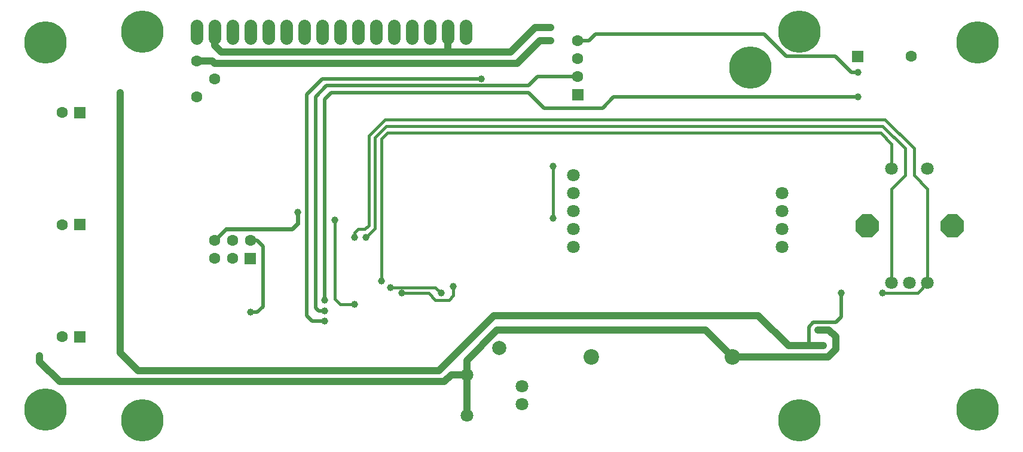
<source format=gbr>
%FSLAX34Y34*%
%MOMM*%
%LNCOPPER_TOP*%
G71*
G01*
%ADD10C, 1.800*%
%ADD11C, 1.800*%
%ADD12C, 1.600*%
%ADD13C, 6.000*%
%ADD14C, 1.600*%
%ADD15C, 2.200*%
%ADD16C, 1.600*%
%ADD17C, 2.000*%
%ADD18C, 1.800*%
%ADD19C, 1.000*%
%ADD20C, 0.400*%
%ADD21C, 1.000*%
%ADD22C, 0.500*%
%ADD23C, 0.600*%
%LPD*%
G54D10*
X294000Y628600D02*
X294000Y610600D01*
G54D10*
X319400Y628600D02*
X319400Y610600D01*
G54D10*
X344800Y628600D02*
X344800Y610600D01*
G54D10*
X370200Y628600D02*
X370200Y610600D01*
G54D10*
X395600Y628600D02*
X395600Y610600D01*
G54D10*
X421000Y628600D02*
X421000Y610600D01*
G54D10*
X446400Y628600D02*
X446400Y610600D01*
G54D10*
X471800Y628600D02*
X471800Y610600D01*
G54D10*
X497200Y628600D02*
X497200Y610600D01*
G54D10*
X522600Y628600D02*
X522600Y610600D01*
G54D10*
X548000Y628600D02*
X548000Y610600D01*
G54D10*
X573400Y628600D02*
X573400Y610600D01*
G54D10*
X598800Y628600D02*
X598800Y610600D01*
G54D10*
X624200Y628600D02*
X624200Y610600D01*
G54D10*
X649600Y628600D02*
X649600Y610600D01*
G54D10*
X675000Y628600D02*
X675000Y610600D01*
X1278250Y264000D02*
G54D11*
D03*
X1303650Y264000D02*
G54D11*
D03*
X1329050Y264000D02*
G54D11*
D03*
X1278250Y425925D02*
G54D11*
D03*
X1329050Y425925D02*
G54D11*
D03*
G36*
X1226825Y351810D02*
X1236477Y361462D01*
X1250173Y361462D01*
X1259825Y351810D01*
X1259825Y338114D01*
X1250173Y328462D01*
X1236477Y328462D01*
X1226825Y338114D01*
X1226825Y351810D01*
G37*
G36*
X1347475Y351810D02*
X1357127Y361462D01*
X1370823Y361462D01*
X1380475Y351810D01*
X1380475Y338114D01*
X1370823Y328462D01*
X1357127Y328462D01*
X1347475Y338114D01*
X1347475Y351810D01*
G37*
G36*
X136900Y497300D02*
X120900Y497300D01*
X120900Y513300D01*
X136900Y513300D01*
X136900Y497300D01*
G37*
X103500Y505300D02*
G54D12*
D03*
G36*
X136900Y338550D02*
X120900Y338550D01*
X120900Y354550D01*
X136900Y354550D01*
X136900Y338550D01*
G37*
X103500Y346550D02*
G54D12*
D03*
G36*
X136900Y179800D02*
X120900Y179800D01*
X120900Y195800D01*
X136900Y195800D01*
X136900Y179800D01*
G37*
X103500Y187800D02*
G54D12*
D03*
X80000Y605000D02*
G54D13*
D03*
X80000Y85000D02*
G54D13*
D03*
X1400000Y85000D02*
G54D13*
D03*
X1400000Y605000D02*
G54D13*
D03*
G36*
X1222000Y593000D02*
X1238000Y593000D01*
X1238000Y577000D01*
X1222000Y577000D01*
X1222000Y593000D01*
G37*
X1306200Y585000D02*
G54D14*
D03*
X1052825Y159225D02*
G54D15*
D03*
X852825Y159225D02*
G54D15*
D03*
G36*
X362200Y290925D02*
X362200Y306925D01*
X378200Y306925D01*
X378200Y290925D01*
X362200Y290925D01*
G37*
X370200Y324325D02*
G54D16*
D03*
X344800Y298925D02*
G54D16*
D03*
X344800Y324325D02*
G54D16*
D03*
X319400Y298925D02*
G54D16*
D03*
X319400Y324325D02*
G54D16*
D03*
X294000Y527525D02*
G54D12*
D03*
X294000Y578325D02*
G54D12*
D03*
X319400Y552925D02*
G54D12*
D03*
X722625Y171925D02*
G54D17*
D03*
G36*
X825750Y522700D02*
X825750Y538700D01*
X841750Y538700D01*
X841750Y522700D01*
X825750Y522700D01*
G37*
X833750Y556100D02*
G54D14*
D03*
X833750Y581500D02*
G54D14*
D03*
X833750Y606900D02*
G54D14*
D03*
X1122675Y391000D02*
G54D11*
D03*
X1122675Y365600D02*
G54D11*
D03*
X1122675Y340200D02*
G54D11*
D03*
X1122675Y314800D02*
G54D11*
D03*
X827400Y314800D02*
G54D11*
D03*
X827400Y340200D02*
G54D11*
D03*
X827400Y365600D02*
G54D11*
D03*
X827400Y391000D02*
G54D11*
D03*
X827400Y416400D02*
G54D11*
D03*
X217400Y620000D02*
G54D13*
D03*
X217400Y70000D02*
G54D13*
D03*
X1147400Y70000D02*
G54D13*
D03*
X1147400Y620000D02*
G54D13*
D03*
X1078225Y568800D02*
G54D13*
D03*
X754375Y117950D02*
G54D18*
D03*
X754375Y92550D02*
G54D18*
D03*
X1181412Y197325D02*
G54D19*
D03*
X1181412Y175100D02*
G54D19*
D03*
X798825Y356075D02*
G54D19*
D03*
X798825Y429100D02*
G54D19*
D03*
G54D20*
X798825Y429100D02*
X798825Y356075D01*
X1173475Y197325D02*
G54D19*
D03*
X1173475Y175100D02*
G54D19*
D03*
X71750Y152875D02*
G54D19*
D03*
X71750Y160812D02*
G54D19*
D03*
G54D21*
X71750Y160812D02*
X71750Y152875D01*
X100325Y124300D01*
X595625Y124300D01*
X186050Y208438D02*
G54D19*
D03*
X186050Y367188D02*
G54D19*
D03*
X186050Y533875D02*
G54D19*
D03*
G54D21*
X186050Y533875D02*
X186050Y206850D01*
X186050Y165575D01*
X211450Y140175D01*
X595625Y140175D01*
X186050Y216375D02*
G54D19*
D03*
X186050Y375125D02*
G54D19*
D03*
X186050Y525938D02*
G54D19*
D03*
X474975Y240188D02*
G54D19*
D03*
X474975Y224312D02*
G54D19*
D03*
X474975Y210025D02*
G54D19*
D03*
X568638Y257650D02*
G54D19*
D03*
X584512Y249712D02*
G54D19*
D03*
X668650Y575150D02*
G54D19*
D03*
G54D21*
X319400Y619600D02*
X319400Y600550D01*
X328925Y591025D01*
X649600Y591025D01*
X649600Y619600D01*
G54D21*
X319400Y575150D02*
X668650Y575150D01*
G54D21*
X294000Y578325D02*
X316225Y578325D01*
X319400Y575150D01*
G54D21*
X668650Y575150D02*
X748025Y575150D01*
X779775Y606900D01*
X795650Y606900D01*
G54D21*
X649600Y591025D02*
X738500Y591025D01*
X773425Y625950D01*
X795650Y625950D01*
X794062Y625950D02*
G54D19*
D03*
X786125Y625950D02*
G54D19*
D03*
X786125Y606900D02*
G54D19*
D03*
X794062Y606900D02*
G54D19*
D03*
G54D22*
X473388Y210025D02*
X457512Y210025D01*
X449575Y217962D01*
X449575Y530700D01*
X471800Y552925D01*
X697225Y552925D01*
X697225Y552925D02*
G54D19*
D03*
G54D22*
X473388Y224312D02*
X467038Y224312D01*
X462275Y229075D01*
X462275Y527525D01*
X478150Y543400D01*
X763900Y543400D01*
X776600Y556100D01*
G54D22*
X776600Y556100D02*
X833750Y556100D01*
X521012Y591025D02*
G54D19*
D03*
X513075Y591025D02*
G54D19*
D03*
X481325Y575150D02*
G54D19*
D03*
X489262Y575150D02*
G54D19*
D03*
G54D22*
X1229832Y527525D02*
X884550Y527525D01*
X868675Y511650D01*
X786125Y511650D01*
X763900Y533875D01*
X484500Y533875D01*
X474975Y524350D01*
X474975Y240188D01*
X1230625Y527525D02*
G54D19*
D03*
G54D22*
X833750Y606900D02*
X849625Y606900D01*
X859150Y616425D01*
X1097275Y616425D01*
X1128700Y585000D01*
X1198550Y585000D01*
X1221100Y562450D01*
X1230625Y562450D02*
G54D19*
D03*
G54D22*
X1221100Y562450D02*
X1230625Y562450D01*
G54D20*
X1278250Y425925D02*
X1278250Y460850D01*
X1262375Y476725D01*
X624200Y476725D01*
G54D20*
X1278250Y264000D02*
X1278250Y397350D01*
X1297300Y416400D01*
X1297300Y454500D01*
X1265550Y486250D01*
X624200Y486250D01*
G54D20*
X1329050Y264000D02*
X1329050Y397350D01*
X1310000Y416400D01*
X1310000Y454500D01*
X1268725Y495775D01*
X624200Y495775D01*
X555938Y267175D02*
G54D19*
D03*
G54D20*
X624200Y476725D02*
X563875Y476725D01*
X555938Y468788D01*
X555938Y267175D01*
X392425Y140175D02*
G54D19*
D03*
X386075Y140175D02*
G54D19*
D03*
X503550Y124300D02*
G54D19*
D03*
X509900Y124300D02*
G54D19*
D03*
X370200Y222725D02*
G54D19*
D03*
X589275Y140175D02*
G54D19*
D03*
X595625Y140175D02*
G54D19*
D03*
X517838Y329088D02*
G54D19*
D03*
X533712Y329088D02*
G54D19*
D03*
G54D20*
X533712Y329088D02*
X546412Y341788D01*
X546412Y470375D01*
X562288Y486250D01*
X624200Y486250D01*
G54D20*
X624200Y495775D02*
X560700Y495775D01*
X537682Y472756D01*
X537682Y345756D01*
X532125Y340200D01*
X522600Y340200D01*
X517838Y335438D01*
X517838Y329088D01*
X517838Y233838D02*
G54D19*
D03*
X489262Y352900D02*
G54D19*
D03*
G54D20*
X489262Y352900D02*
X489262Y241775D01*
X497200Y233838D01*
X517838Y233838D01*
G54D22*
X370200Y324325D02*
X379725Y324325D01*
X387662Y316388D01*
X387662Y230662D01*
X379725Y222725D01*
X370200Y222725D01*
X436875Y364012D02*
G54D19*
D03*
G54D23*
X436875Y364012D02*
X436875Y348138D01*
X428938Y340200D01*
X335275Y340200D01*
X319400Y324325D01*
X657538Y259238D02*
G54D19*
D03*
X640075Y249712D02*
G54D19*
D03*
G54D20*
X584512Y249712D02*
X622612Y249712D01*
X632138Y240188D01*
X651188Y240188D01*
X657538Y246538D01*
X657538Y259238D01*
G54D20*
X568638Y257650D02*
X632138Y257650D01*
X640075Y249712D01*
X676588Y133825D02*
G54D18*
D03*
X676588Y76675D02*
G54D18*
D03*
G54D21*
X676588Y133825D02*
X676588Y76675D01*
G54D21*
X595625Y124300D02*
X644838Y124300D01*
X654362Y133825D01*
X676588Y133825D01*
G54D21*
X595625Y140175D02*
X636900Y140175D01*
X714688Y217962D01*
X1089338Y217962D01*
X1132200Y175100D01*
X1181412Y175100D01*
G54D21*
X1173475Y197325D02*
X1181412Y197325D01*
X1189350Y197325D01*
X1198875Y187800D01*
X1198875Y170338D01*
X1187762Y159225D01*
X1052825Y159225D01*
X1014725Y197325D01*
X719450Y197325D01*
X676588Y154462D01*
X676588Y133825D01*
X728975Y197325D02*
G54D19*
D03*
X735325Y197325D02*
G54D19*
D03*
X728975Y217962D02*
G54D19*
D03*
X735325Y217962D02*
G54D19*
D03*
X1265550Y249712D02*
G54D19*
D03*
G54D20*
X1265550Y249712D02*
X1314762Y249712D01*
X1329050Y264000D01*
X1206812Y249712D02*
G54D19*
D03*
G54D22*
X1206812Y249712D02*
X1206812Y216375D01*
X1198875Y208438D01*
X1167125Y208438D01*
X1160775Y202088D01*
X1160775Y175100D01*
X395600Y575150D02*
G54D19*
D03*
X401950Y575150D02*
G54D19*
D03*
M02*

</source>
